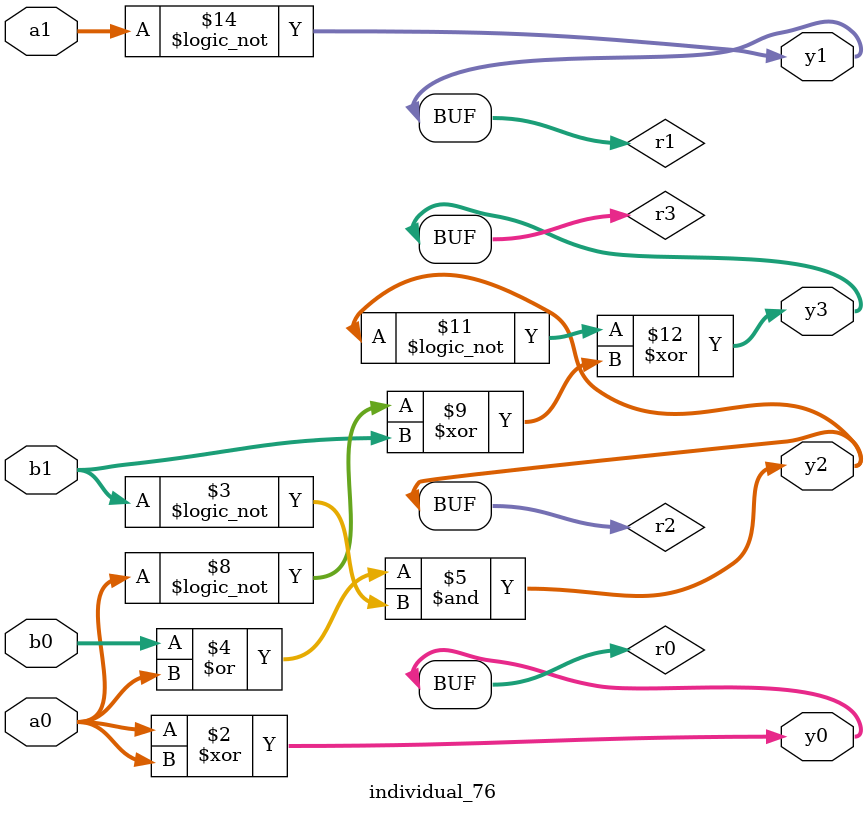
<source format=sv>
module individual_76(input logic [15:0] a1, input logic [15:0] a0, input logic [15:0] b1, input logic [15:0] b0, output logic [15:0] y3, output logic [15:0] y2, output logic [15:0] y1, output logic [15:0] y0);
logic [15:0] r0, r1, r2, r3; 
 always@(*) begin 
	 r0 = a0; r1 = a1; r2 = b0; r3 = b1; 
 	 r0  ^=  r0 ;
 	 r1 = ! r3 ;
 	 r2  |=  a0 ;
 	 r2  &=  r1 ;
 	 r3 = ! a0 ;
 	 r1 = ! b1 ;
 	 r1 = ! a0 ;
 	 r1  ^=  b1 ;
 	 r3  |=  r3 ;
 	 r3 = ! r2 ;
 	 r3  ^=  r1 ;
 	 r1  |=  b0 ;
 	 r1 = ! a1 ;
 	 y3 = r3; y2 = r2; y1 = r1; y0 = r0; 
end
endmodule
</source>
